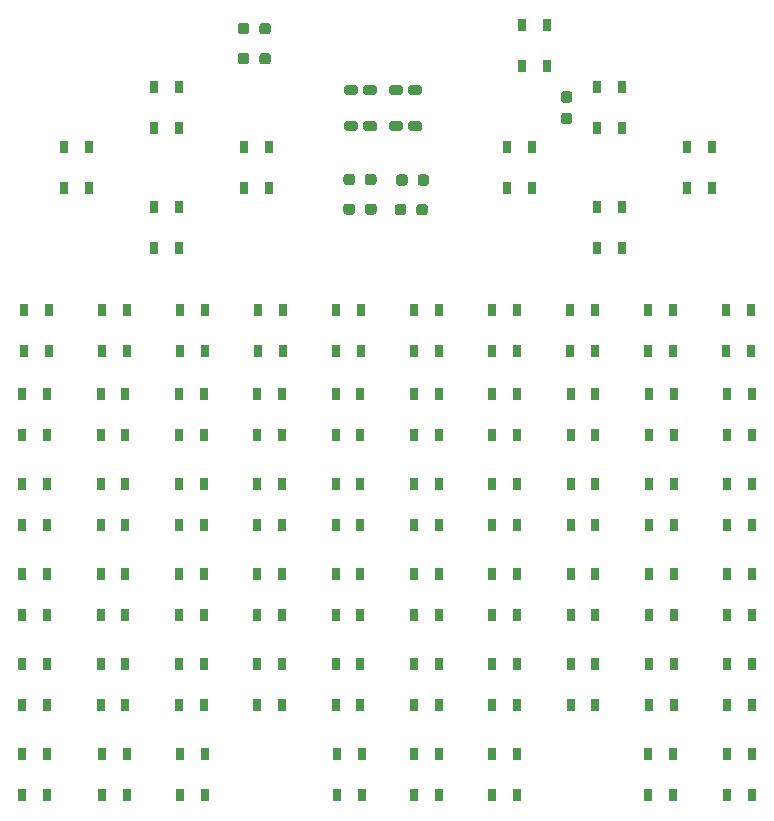
<source format=gbr>
%TF.GenerationSoftware,KiCad,Pcbnew,(5.1.12)-1*%
%TF.CreationDate,2022-02-12T22:16:26+01:00*%
%TF.ProjectId,MemoryBrakout,4d656d6f-7279-4427-9261-6b6f75742e6b,rev?*%
%TF.SameCoordinates,Original*%
%TF.FileFunction,Paste,Top*%
%TF.FilePolarity,Positive*%
%FSLAX46Y46*%
G04 Gerber Fmt 4.6, Leading zero omitted, Abs format (unit mm)*
G04 Created by KiCad (PCBNEW (5.1.12)-1) date 2022-02-12 22:16:26*
%MOMM*%
%LPD*%
G01*
G04 APERTURE LIST*
%ADD10R,0.650000X1.050000*%
G04 APERTURE END LIST*
%TO.C,R102*%
G36*
G01*
X197214500Y-102722000D02*
X196739500Y-102722000D01*
G75*
G02*
X196502000Y-102484500I0J237500D01*
G01*
X196502000Y-101984500D01*
G75*
G02*
X196739500Y-101747000I237500J0D01*
G01*
X197214500Y-101747000D01*
G75*
G02*
X197452000Y-101984500I0J-237500D01*
G01*
X197452000Y-102484500D01*
G75*
G02*
X197214500Y-102722000I-237500J0D01*
G01*
G37*
G36*
G01*
X197214500Y-100897000D02*
X196739500Y-100897000D01*
G75*
G02*
X196502000Y-100659500I0J237500D01*
G01*
X196502000Y-100159500D01*
G75*
G02*
X196739500Y-99922000I237500J0D01*
G01*
X197214500Y-99922000D01*
G75*
G02*
X197452000Y-100159500I0J-237500D01*
G01*
X197452000Y-100659500D01*
G75*
G02*
X197214500Y-100897000I-237500J0D01*
G01*
G37*
%TD*%
%TO.C,R104*%
G36*
G01*
X170963000Y-97392500D02*
X170963000Y-96917500D01*
G75*
G02*
X171200500Y-96680000I237500J0D01*
G01*
X171700500Y-96680000D01*
G75*
G02*
X171938000Y-96917500I0J-237500D01*
G01*
X171938000Y-97392500D01*
G75*
G02*
X171700500Y-97630000I-237500J0D01*
G01*
X171200500Y-97630000D01*
G75*
G02*
X170963000Y-97392500I0J237500D01*
G01*
G37*
G36*
G01*
X169138000Y-97392500D02*
X169138000Y-96917500D01*
G75*
G02*
X169375500Y-96680000I237500J0D01*
G01*
X169875500Y-96680000D01*
G75*
G02*
X170113000Y-96917500I0J-237500D01*
G01*
X170113000Y-97392500D01*
G75*
G02*
X169875500Y-97630000I-237500J0D01*
G01*
X169375500Y-97630000D01*
G75*
G02*
X169138000Y-97392500I0J237500D01*
G01*
G37*
%TD*%
%TO.C,R110*%
G36*
G01*
X169138000Y-94852500D02*
X169138000Y-94377500D01*
G75*
G02*
X169375500Y-94140000I237500J0D01*
G01*
X169875500Y-94140000D01*
G75*
G02*
X170113000Y-94377500I0J-237500D01*
G01*
X170113000Y-94852500D01*
G75*
G02*
X169875500Y-95090000I-237500J0D01*
G01*
X169375500Y-95090000D01*
G75*
G02*
X169138000Y-94852500I0J237500D01*
G01*
G37*
G36*
G01*
X170963000Y-94852500D02*
X170963000Y-94377500D01*
G75*
G02*
X171200500Y-94140000I237500J0D01*
G01*
X171700500Y-94140000D01*
G75*
G02*
X171938000Y-94377500I0J-237500D01*
G01*
X171938000Y-94852500D01*
G75*
G02*
X171700500Y-95090000I-237500J0D01*
G01*
X171200500Y-95090000D01*
G75*
G02*
X170963000Y-94852500I0J237500D01*
G01*
G37*
%TD*%
%TO.C,D101*%
G36*
G01*
X178103000Y-100017500D02*
X178103000Y-99592500D01*
G75*
G02*
X178315500Y-99380000I212500J0D01*
G01*
X179115500Y-99380000D01*
G75*
G02*
X179328000Y-99592500I0J-212500D01*
G01*
X179328000Y-100017500D01*
G75*
G02*
X179115500Y-100230000I-212500J0D01*
G01*
X178315500Y-100230000D01*
G75*
G02*
X178103000Y-100017500I0J212500D01*
G01*
G37*
G36*
G01*
X179728000Y-100017500D02*
X179728000Y-99592500D01*
G75*
G02*
X179940500Y-99380000I212500J0D01*
G01*
X180740500Y-99380000D01*
G75*
G02*
X180953000Y-99592500I0J-212500D01*
G01*
X180953000Y-100017500D01*
G75*
G02*
X180740500Y-100230000I-212500J0D01*
G01*
X179940500Y-100230000D01*
G75*
G02*
X179728000Y-100017500I0J212500D01*
G01*
G37*
%TD*%
%TO.C,D102*%
G36*
G01*
X179728000Y-103082500D02*
X179728000Y-102657500D01*
G75*
G02*
X179940500Y-102445000I212500J0D01*
G01*
X180740500Y-102445000D01*
G75*
G02*
X180953000Y-102657500I0J-212500D01*
G01*
X180953000Y-103082500D01*
G75*
G02*
X180740500Y-103295000I-212500J0D01*
G01*
X179940500Y-103295000D01*
G75*
G02*
X179728000Y-103082500I0J212500D01*
G01*
G37*
G36*
G01*
X178103000Y-103082500D02*
X178103000Y-102657500D01*
G75*
G02*
X178315500Y-102445000I212500J0D01*
G01*
X179115500Y-102445000D01*
G75*
G02*
X179328000Y-102657500I0J-212500D01*
G01*
X179328000Y-103082500D01*
G75*
G02*
X179115500Y-103295000I-212500J0D01*
G01*
X178315500Y-103295000D01*
G75*
G02*
X178103000Y-103082500I0J212500D01*
G01*
G37*
%TD*%
%TO.C,D103*%
G36*
G01*
X181913000Y-100017500D02*
X181913000Y-99592500D01*
G75*
G02*
X182125500Y-99380000I212500J0D01*
G01*
X182925500Y-99380000D01*
G75*
G02*
X183138000Y-99592500I0J-212500D01*
G01*
X183138000Y-100017500D01*
G75*
G02*
X182925500Y-100230000I-212500J0D01*
G01*
X182125500Y-100230000D01*
G75*
G02*
X181913000Y-100017500I0J212500D01*
G01*
G37*
G36*
G01*
X183538000Y-100017500D02*
X183538000Y-99592500D01*
G75*
G02*
X183750500Y-99380000I212500J0D01*
G01*
X184550500Y-99380000D01*
G75*
G02*
X184763000Y-99592500I0J-212500D01*
G01*
X184763000Y-100017500D01*
G75*
G02*
X184550500Y-100230000I-212500J0D01*
G01*
X183750500Y-100230000D01*
G75*
G02*
X183538000Y-100017500I0J212500D01*
G01*
G37*
%TD*%
%TO.C,D104*%
G36*
G01*
X183538000Y-103082500D02*
X183538000Y-102657500D01*
G75*
G02*
X183750500Y-102445000I212500J0D01*
G01*
X184550500Y-102445000D01*
G75*
G02*
X184763000Y-102657500I0J-212500D01*
G01*
X184763000Y-103082500D01*
G75*
G02*
X184550500Y-103295000I-212500J0D01*
G01*
X183750500Y-103295000D01*
G75*
G02*
X183538000Y-103082500I0J212500D01*
G01*
G37*
G36*
G01*
X181913000Y-103082500D02*
X181913000Y-102657500D01*
G75*
G02*
X182125500Y-102445000I212500J0D01*
G01*
X182925500Y-102445000D01*
G75*
G02*
X183138000Y-102657500I0J-212500D01*
G01*
X183138000Y-103082500D01*
G75*
G02*
X182925500Y-103295000I-212500J0D01*
G01*
X182125500Y-103295000D01*
G75*
G02*
X181913000Y-103082500I0J212500D01*
G01*
G37*
%TD*%
%TO.C,R14*%
G36*
G01*
X178080000Y-107622500D02*
X178080000Y-107147500D01*
G75*
G02*
X178317500Y-106910000I237500J0D01*
G01*
X178817500Y-106910000D01*
G75*
G02*
X179055000Y-107147500I0J-237500D01*
G01*
X179055000Y-107622500D01*
G75*
G02*
X178817500Y-107860000I-237500J0D01*
G01*
X178317500Y-107860000D01*
G75*
G02*
X178080000Y-107622500I0J237500D01*
G01*
G37*
G36*
G01*
X179905000Y-107622500D02*
X179905000Y-107147500D01*
G75*
G02*
X180142500Y-106910000I237500J0D01*
G01*
X180642500Y-106910000D01*
G75*
G02*
X180880000Y-107147500I0J-237500D01*
G01*
X180880000Y-107622500D01*
G75*
G02*
X180642500Y-107860000I-237500J0D01*
G01*
X180142500Y-107860000D01*
G75*
G02*
X179905000Y-107622500I0J237500D01*
G01*
G37*
%TD*%
%TO.C,R15*%
G36*
G01*
X184355000Y-107672500D02*
X184355000Y-107197500D01*
G75*
G02*
X184592500Y-106960000I237500J0D01*
G01*
X185092500Y-106960000D01*
G75*
G02*
X185330000Y-107197500I0J-237500D01*
G01*
X185330000Y-107672500D01*
G75*
G02*
X185092500Y-107910000I-237500J0D01*
G01*
X184592500Y-107910000D01*
G75*
G02*
X184355000Y-107672500I0J237500D01*
G01*
G37*
G36*
G01*
X182530000Y-107672500D02*
X182530000Y-107197500D01*
G75*
G02*
X182767500Y-106960000I237500J0D01*
G01*
X183267500Y-106960000D01*
G75*
G02*
X183505000Y-107197500I0J-237500D01*
G01*
X183505000Y-107672500D01*
G75*
G02*
X183267500Y-107910000I-237500J0D01*
G01*
X182767500Y-107910000D01*
G75*
G02*
X182530000Y-107672500I0J237500D01*
G01*
G37*
%TD*%
%TO.C,R116*%
G36*
G01*
X178080000Y-110132500D02*
X178080000Y-109657500D01*
G75*
G02*
X178317500Y-109420000I237500J0D01*
G01*
X178817500Y-109420000D01*
G75*
G02*
X179055000Y-109657500I0J-237500D01*
G01*
X179055000Y-110132500D01*
G75*
G02*
X178817500Y-110370000I-237500J0D01*
G01*
X178317500Y-110370000D01*
G75*
G02*
X178080000Y-110132500I0J237500D01*
G01*
G37*
G36*
G01*
X179905000Y-110132500D02*
X179905000Y-109657500D01*
G75*
G02*
X180142500Y-109420000I237500J0D01*
G01*
X180642500Y-109420000D01*
G75*
G02*
X180880000Y-109657500I0J-237500D01*
G01*
X180880000Y-110132500D01*
G75*
G02*
X180642500Y-110370000I-237500J0D01*
G01*
X180142500Y-110370000D01*
G75*
G02*
X179905000Y-110132500I0J237500D01*
G01*
G37*
%TD*%
%TO.C,R117*%
G36*
G01*
X184255000Y-110182500D02*
X184255000Y-109707500D01*
G75*
G02*
X184492500Y-109470000I237500J0D01*
G01*
X184992500Y-109470000D01*
G75*
G02*
X185230000Y-109707500I0J-237500D01*
G01*
X185230000Y-110182500D01*
G75*
G02*
X184992500Y-110420000I-237500J0D01*
G01*
X184492500Y-110420000D01*
G75*
G02*
X184255000Y-110182500I0J237500D01*
G01*
G37*
G36*
G01*
X182430000Y-110182500D02*
X182430000Y-109707500D01*
G75*
G02*
X182667500Y-109470000I237500J0D01*
G01*
X183167500Y-109470000D01*
G75*
G02*
X183405000Y-109707500I0J-237500D01*
G01*
X183405000Y-110182500D01*
G75*
G02*
X183167500Y-110420000I-237500J0D01*
G01*
X182667500Y-110420000D01*
G75*
G02*
X182430000Y-110182500I0J237500D01*
G01*
G37*
%TD*%
D10*
%TO.C,Ky1*%
X150889000Y-129040000D03*
X150889000Y-125575000D03*
X152989000Y-129040000D03*
X152989000Y-125575000D03*
%TD*%
%TO.C,Ky2*%
X159621000Y-125575000D03*
X159621000Y-129040000D03*
X157521000Y-125575000D03*
X157521000Y-129040000D03*
%TD*%
%TO.C,Ky3*%
X164153000Y-129040000D03*
X164153000Y-125575000D03*
X166253000Y-129040000D03*
X166253000Y-125575000D03*
%TD*%
%TO.C,Ky4*%
X172886000Y-125575000D03*
X172886000Y-129040000D03*
X170786000Y-125575000D03*
X170786000Y-129040000D03*
%TD*%
%TO.C,Ky5*%
X177418000Y-129040000D03*
X177418000Y-125575000D03*
X179518000Y-129040000D03*
X179518000Y-125575000D03*
%TD*%
%TO.C,Ky6*%
X186150000Y-125575000D03*
X186150000Y-129040000D03*
X184050000Y-125575000D03*
X184050000Y-129040000D03*
%TD*%
%TO.C,Ky7*%
X190682000Y-129040000D03*
X190682000Y-125575000D03*
X192782000Y-129040000D03*
X192782000Y-125575000D03*
%TD*%
%TO.C,Ky8*%
X199415000Y-125575000D03*
X199415000Y-129040000D03*
X197315000Y-125575000D03*
X197315000Y-129040000D03*
%TD*%
%TO.C,Ky9*%
X203947000Y-129040000D03*
X203947000Y-125575000D03*
X206047000Y-129040000D03*
X206047000Y-125575000D03*
%TD*%
%TO.C,Ky10*%
X212679000Y-125575000D03*
X212679000Y-129040000D03*
X210579000Y-125575000D03*
X210579000Y-129040000D03*
%TD*%
%TO.C,Ky11*%
X199530000Y-103005000D03*
X199530000Y-99540000D03*
X201630000Y-103005000D03*
X201630000Y-99540000D03*
%TD*%
%TO.C,Ky12*%
X201630000Y-109700000D03*
X201630000Y-113165000D03*
X199530000Y-109700000D03*
X199530000Y-113165000D03*
%TD*%
%TO.C,Ky13*%
X150889000Y-136660000D03*
X150889000Y-133195000D03*
X152989000Y-136660000D03*
X152989000Y-133195000D03*
%TD*%
%TO.C,Ky14*%
X157521000Y-136660000D03*
X157521000Y-133195000D03*
X159621000Y-136660000D03*
X159621000Y-133195000D03*
%TD*%
%TO.C,Ky15*%
X166253000Y-133195000D03*
X166253000Y-136660000D03*
X164153000Y-133195000D03*
X164153000Y-136660000D03*
%TD*%
%TO.C,Ky16*%
X172886000Y-133195000D03*
X172886000Y-136660000D03*
X170786000Y-133195000D03*
X170786000Y-136660000D03*
%TD*%
%TO.C,Ky17*%
X177418000Y-136660000D03*
X177418000Y-133195000D03*
X179518000Y-136660000D03*
X179518000Y-133195000D03*
%TD*%
%TO.C,Ky18*%
X186150000Y-133195000D03*
X186150000Y-136660000D03*
X184050000Y-133195000D03*
X184050000Y-136660000D03*
%TD*%
%TO.C,Ky19*%
X190682000Y-136660000D03*
X190682000Y-133195000D03*
X192782000Y-136660000D03*
X192782000Y-133195000D03*
%TD*%
%TO.C,Ky20*%
X199415000Y-133195000D03*
X199415000Y-136660000D03*
X197315000Y-133195000D03*
X197315000Y-136660000D03*
%TD*%
%TO.C,Ky21*%
X203947000Y-136660000D03*
X203947000Y-133195000D03*
X206047000Y-136660000D03*
X206047000Y-133195000D03*
%TD*%
%TO.C,Ky22*%
X212679000Y-133195000D03*
X212679000Y-136660000D03*
X210579000Y-133195000D03*
X210579000Y-136660000D03*
%TD*%
%TO.C,Ky23*%
X191910000Y-108085000D03*
X191910000Y-104620000D03*
X194010000Y-108085000D03*
X194010000Y-104620000D03*
%TD*%
%TO.C,Ky24*%
X209250000Y-104620000D03*
X209250000Y-108085000D03*
X207150000Y-104620000D03*
X207150000Y-108085000D03*
%TD*%
%TO.C,Ky25*%
X150889000Y-144280000D03*
X150889000Y-140815000D03*
X152989000Y-144280000D03*
X152989000Y-140815000D03*
%TD*%
%TO.C,Ky26*%
X159621000Y-140815000D03*
X159621000Y-144280000D03*
X157521000Y-140815000D03*
X157521000Y-144280000D03*
%TD*%
%TO.C,Ky27*%
X166253000Y-140815000D03*
X166253000Y-144280000D03*
X164153000Y-140815000D03*
X164153000Y-144280000D03*
%TD*%
%TO.C,Ky28*%
X170786000Y-144280000D03*
X170786000Y-140815000D03*
X172886000Y-144280000D03*
X172886000Y-140815000D03*
%TD*%
%TO.C,Ky29*%
X177418000Y-144280000D03*
X177418000Y-140815000D03*
X179518000Y-144280000D03*
X179518000Y-140815000D03*
%TD*%
%TO.C,Ky30*%
X184050000Y-144280000D03*
X184050000Y-140815000D03*
X186150000Y-144280000D03*
X186150000Y-140815000D03*
%TD*%
%TO.C,Ky31*%
X192782000Y-140815000D03*
X192782000Y-144280000D03*
X190682000Y-140815000D03*
X190682000Y-144280000D03*
%TD*%
%TO.C,Ky32*%
X199415000Y-140815000D03*
X199415000Y-144280000D03*
X197315000Y-140815000D03*
X197315000Y-144280000D03*
%TD*%
%TO.C,Ky33*%
X206047000Y-140815000D03*
X206047000Y-144280000D03*
X203947000Y-140815000D03*
X203947000Y-144280000D03*
%TD*%
%TO.C,Ky34*%
X210579000Y-144280000D03*
X210579000Y-140815000D03*
X212679000Y-144280000D03*
X212679000Y-140815000D03*
%TD*%
%TO.C,Ky35*%
X184036000Y-121928000D03*
X184036000Y-118463000D03*
X186136000Y-121928000D03*
X186136000Y-118463000D03*
%TD*%
%TO.C,Ky36*%
X192740000Y-118463000D03*
X192740000Y-121928000D03*
X190640000Y-118463000D03*
X190640000Y-121928000D03*
%TD*%
%TO.C,Ky37*%
X152989000Y-148435000D03*
X152989000Y-151900000D03*
X150889000Y-148435000D03*
X150889000Y-151900000D03*
%TD*%
%TO.C,Ky38*%
X159621000Y-148435000D03*
X159621000Y-151900000D03*
X157521000Y-148435000D03*
X157521000Y-151900000D03*
%TD*%
%TO.C,Ky39*%
X164153000Y-151900000D03*
X164153000Y-148435000D03*
X166253000Y-151900000D03*
X166253000Y-148435000D03*
%TD*%
%TO.C,Ky40*%
X172886000Y-148435000D03*
X172886000Y-151900000D03*
X170786000Y-148435000D03*
X170786000Y-151900000D03*
%TD*%
%TO.C,Ky41*%
X177418000Y-151900000D03*
X177418000Y-148435000D03*
X179518000Y-151900000D03*
X179518000Y-148435000D03*
%TD*%
%TO.C,Ky42*%
X186150000Y-148435000D03*
X186150000Y-151900000D03*
X184050000Y-148435000D03*
X184050000Y-151900000D03*
%TD*%
%TO.C,Ky43*%
X190682000Y-151900000D03*
X190682000Y-148435000D03*
X192782000Y-151900000D03*
X192782000Y-148435000D03*
%TD*%
%TO.C,Ky44*%
X199415000Y-148435000D03*
X199415000Y-151900000D03*
X197315000Y-148435000D03*
X197315000Y-151900000D03*
%TD*%
%TO.C,Ky45*%
X203947000Y-151900000D03*
X203947000Y-148435000D03*
X206047000Y-151900000D03*
X206047000Y-148435000D03*
%TD*%
%TO.C,Ky46*%
X212679000Y-148435000D03*
X212679000Y-151900000D03*
X210579000Y-148435000D03*
X210579000Y-151900000D03*
%TD*%
%TO.C,Ky47*%
X197244000Y-121928000D03*
X197244000Y-118463000D03*
X199344000Y-121928000D03*
X199344000Y-118463000D03*
%TD*%
%TO.C,Ky48*%
X205948000Y-118463000D03*
X205948000Y-121928000D03*
X203848000Y-118463000D03*
X203848000Y-121928000D03*
%TD*%
%TO.C,Ky49*%
X150889000Y-159520000D03*
X150889000Y-156055000D03*
X152989000Y-159520000D03*
X152989000Y-156055000D03*
%TD*%
%TO.C,Ky50*%
X159720000Y-156055000D03*
X159720000Y-159520000D03*
X157620000Y-156055000D03*
X157620000Y-159520000D03*
%TD*%
%TO.C,Ky51*%
X164224000Y-159520000D03*
X164224000Y-156055000D03*
X166324000Y-159520000D03*
X166324000Y-156055000D03*
%TD*%
%TO.C,Ky52*%
X179659000Y-156055000D03*
X179659000Y-159520000D03*
X177559000Y-156055000D03*
X177559000Y-159520000D03*
%TD*%
%TO.C,Ky53*%
X184036000Y-159520000D03*
X184036000Y-156055000D03*
X186136000Y-159520000D03*
X186136000Y-156055000D03*
%TD*%
%TO.C,Ky54*%
X190640000Y-159520000D03*
X190640000Y-156055000D03*
X192740000Y-159520000D03*
X192740000Y-156055000D03*
%TD*%
%TO.C,Ky55*%
X203848000Y-159520000D03*
X203848000Y-156055000D03*
X205948000Y-159520000D03*
X205948000Y-156055000D03*
%TD*%
%TO.C,Ky56*%
X212679000Y-156055000D03*
X212679000Y-159520000D03*
X210579000Y-156055000D03*
X210579000Y-159520000D03*
%TD*%
%TO.C,Ky57*%
X210452000Y-121928000D03*
X210452000Y-118463000D03*
X212552000Y-121928000D03*
X212552000Y-118463000D03*
%TD*%
%TO.C,Ky58*%
X153116000Y-118463000D03*
X153116000Y-121928000D03*
X151016000Y-118463000D03*
X151016000Y-121928000D03*
%TD*%
%TO.C,Ky59*%
X157620000Y-121928000D03*
X157620000Y-118463000D03*
X159720000Y-121928000D03*
X159720000Y-118463000D03*
%TD*%
%TO.C,Ky60*%
X166324000Y-118463000D03*
X166324000Y-121928000D03*
X164224000Y-118463000D03*
X164224000Y-121928000D03*
%TD*%
%TO.C,Ky61*%
X170828000Y-121928000D03*
X170828000Y-118463000D03*
X172928000Y-121928000D03*
X172928000Y-118463000D03*
%TD*%
%TO.C,Ky62*%
X179532000Y-118463000D03*
X179532000Y-121928000D03*
X177432000Y-118463000D03*
X177432000Y-121928000D03*
%TD*%
%TO.C,SW101*%
X193180000Y-97798000D03*
X193180000Y-94333000D03*
X195280000Y-97798000D03*
X195280000Y-94333000D03*
%TD*%
%TO.C,SW102*%
X156545000Y-104620000D03*
X156545000Y-108085000D03*
X154445000Y-104620000D03*
X154445000Y-108085000D03*
%TD*%
%TO.C,SW103*%
X162065000Y-113165000D03*
X162065000Y-109700000D03*
X164165000Y-113165000D03*
X164165000Y-109700000D03*
%TD*%
%TO.C,SW104*%
X171785000Y-104620000D03*
X171785000Y-108085000D03*
X169685000Y-104620000D03*
X169685000Y-108085000D03*
%TD*%
%TO.C,SW105*%
X164165000Y-99540000D03*
X164165000Y-103005000D03*
X162065000Y-99540000D03*
X162065000Y-103005000D03*
%TD*%
M02*

</source>
